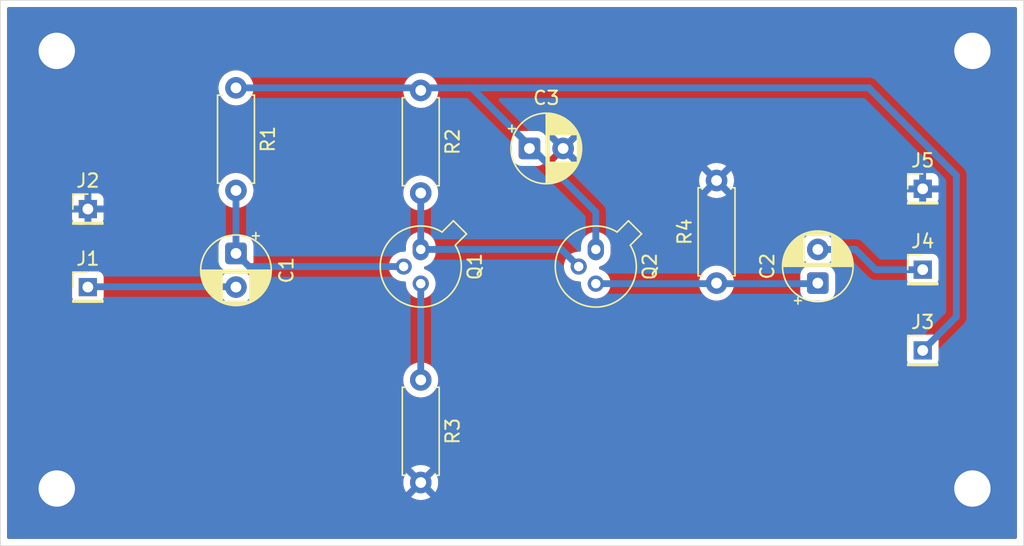
<source format=kicad_pcb>
(kicad_pcb (version 20241229) (generator "pcbnew") (generator_version "9.0")
  (layers (0 "F.Cu" signal) (2 "B.Cu" signal) (13 "F.Paste" user) (15 "B.Paste" user) (5 "F.SilkS" user "F.Silkscreen") (7 "B.SilkS" user "B.Silkscreen") (1 "F.Mask" user) (3 "B.Mask" user) (25 "Edge.Cuts" user))
  (net 0 "")
  (net 1 "0")
  (net 2 "/+12V")
  (net 3 "Net-(Q2-E)")
  (net 4 "Net-(Q1-B)")
  (net 5 "/out")
  (net 6 "Net-(Q1-C)")
  (net 7 "Net-(Q1-E)")
  (net 8 "Net-(J1-Pin_1)")
  (footprint "Package_TO_SOT_THT:TO-18-3" (layer "F.Cu") (at 92.221961 90 -90)
    (property "Reference" "Q2" (at 1.27 -4.01 90) (layer "F.SilkS"))
    (property "Value" "2N2222")
    (fp_line (start -2.130108 -2.424301) (end -1.289618 -1.583811) (stroke (width 0.12)) (layer "F.SilkS") (net 112))
    (fp_line (start -0.313811 -2.559618) (end -1.154301 -3.400108) (stroke (width 0.12)) (layer "F.SilkS") (net 112))
    (fp_line (start -1.154301 -3.400108) (end -2.130108 -2.424301) (stroke (width 0.12)) (layer "F.SilkS") (net 112))
    (fp_arc (start -0.313811 -2.559618) (mid 3.398391 2.128391) (end -1.289618 -1.583811) (stroke (width 0.12)) (layer "F.SilkS") (net 112))
    (pad "1" thru_hole oval (at 0 0 270) (size 1.6 1.2) (drill 0.7) (layers "*.Cu" "*.Mask") (net 2 "/+12V"))
    (pad "2" thru_hole circle (at 1.27 1.27 270) (size 1.2 1.2) (drill 0.7) (layers "*.Cu" "*.Mask") (net 6 "Net-(Q1-C)"))
    (pad "3" thru_hole circle (at 2.54 0 270) (size 1.2 1.2) (drill 0.7) (layers "*.Cu" "*.Mask") (net 3 "Net-(Q2-E)"))
  )
  (footprint "Resistor_THT:R_Axial_DIN0207_L6.3mm_D2.5mm_P7.62mm_Horizontal" (layer "F.Cu") (at 65.5 78 -90)
    (property "Reference" "R1" (at 3.81 -2.37 90) (layer "F.SilkS"))
    (property "Value" "1Meg")
    (fp_line (start 0.54 1.37) (end 7.08 1.37) (stroke (width 0.12)) (layer "F.SilkS") (net 112))
    (fp_line (start 7.08 1.37) (end 7.08 1.04) (stroke (width 0.12)) (layer "F.SilkS") (net 112))
    (fp_line (start 0.54 1.04) (end 0.54 1.37) (stroke (width 0.12)) (layer "F.SilkS") (net 112))
    (fp_line (start 0.54 -1.04) (end 0.54 -1.37) (stroke (width 0.12)) (layer "F.SilkS") (net 112))
    (fp_line (start 0.54 -1.37) (end 7.08 -1.37) (stroke (width 0.12)) (layer "F.SilkS") (net 112))
    (fp_line (start 7.08 -1.37) (end 7.08 -1.04) (stroke (width 0.12)) (layer "F.SilkS") (net 112))
    (pad "1" thru_hole circle (at 0 0 270) (size 1.6 1.6) (drill 0.8) (layers "*.Cu" "*.Mask") (net 2 "/+12V"))
    (pad "2" thru_hole circle (at 7.62 0 270) (size 1.6 1.6) (drill 0.8) (layers "*.Cu" "*.Mask") (net 4 "Net-(Q1-B)"))
  )
  (footprint "Connector_PinHeader_2.00mm:PinHeader_1x01_P2.00mm_Vertical" (layer "F.Cu") (at 54.5 87)
    (property "Reference" "J2" (at 0 -2.11 0) (layer "F.SilkS"))
    (property "Value" "Conn_01x01")
    (fp_line (start -1.11 -1.11) (end 0 -1.11) (stroke (width 0.12)) (layer "F.SilkS"))
    (fp_line (start -1.11 0) (end -1.11 -1.11) (stroke (width 0.12)) (layer "F.SilkS"))
    (fp_line (start -1.11 1) (end -1.11 1.11) (stroke (width 0.12)) (layer "F.SilkS"))
    (fp_line (start -1.11 1) (end 1.11 1) (stroke (width 0.12)) (layer "F.SilkS"))
    (fp_line (start -1.11 1.11) (end 1.11 1.11) (stroke (width 0.12)) (layer "F.SilkS"))
    (fp_line (start 1.11 1) (end 1.11 1.11) (stroke (width 0.12)) (layer "F.SilkS"))
    (pad "1" thru_hole rect (at 0 0) (size 1.35 1.35) (drill 0.8) (layers "*.Cu" "*.Mask") (net 1 "0"))
  )
  (footprint "Package_TO_SOT_THT:TO-18-3" (layer "F.Cu") (at 79.221961 90 -90)
    (property "Reference" "Q1" (at 1.27 -4.01 90) (layer "F.SilkS"))
    (property "Value" "2N2222")
    (fp_line (start -2.130108 -2.424301) (end -1.289618 -1.583811) (stroke (width 0.12)) (layer "F.SilkS") (net 112))
    (fp_line (start -0.313811 -2.559618) (end -1.154301 -3.400108) (stroke (width 0.12)) (layer "F.SilkS") (net 112))
    (fp_line (start -1.154301 -3.400108) (end -2.130108 -2.424301) (stroke (width 0.12)) (layer "F.SilkS") (net 112))
    (fp_arc (start -0.313811 -2.559618) (mid 3.398391 2.128391) (end -1.289618 -1.583811) (stroke (width 0.12)) (layer "F.SilkS") (net 112))
    (pad "1" thru_hole oval (at 0 0 270) (size 1.6 1.2) (drill 0.7) (layers "*.Cu" "*.Mask") (net 6 "Net-(Q1-C)"))
    (pad "2" thru_hole circle (at 1.27 1.27 270) (size 1.2 1.2) (drill 0.7) (layers "*.Cu" "*.Mask") (net 4 "Net-(Q1-B)"))
    (pad "3" thru_hole circle (at 2.54 0 270) (size 1.2 1.2) (drill 0.7) (layers "*.Cu" "*.Mask") (net 7 "Net-(Q1-E)"))
  )
  (footprint "MountingHole:MountingHole_2.7mm_Pad" (layer "F.Cu") (at 52.19 75.254888)
    (property "Reference" "REF1" (hide yes))
    (property "Value" "MountingHole_2.7mm_Pad" (hide yes))
    (pad "1" thru_hole circle (at 0 0) (size 5.4 5.4) (drill 2.7) (layers "*.Cu" "*.Mask") (net 1 "0"))
  )
  (footprint "MountingHole:MountingHole_2.7mm_Pad" (layer "F.Cu") (at 52.19 107.754888)
    (property "Reference" "REF4" (hide yes))
    (property "Value" "MountingHole_2.7mm_Pad" (hide yes))
    (pad "1" thru_hole circle (at 0 0) (size 5.4 5.4) (drill 2.7) (layers "*.Cu" "*.Mask") (net 1 "0"))
  )
  (footprint "Capacitor_THT:CP_Radial_D5.0mm_P2.50mm" (layer "F.Cu") (at 87.294888 82.5)
    (property "Reference" "C3" (at 1.25 -3.75 0) (layer "F.SilkS"))
    (property "Value" "10u")
    (fp_line (start -1.554775 -1.475) (end -1.054775 -1.475) (stroke (width 0.12)) (layer "F.SilkS") (net 112))
    (fp_line (start -1.304775 -1.725) (end -1.304775 -1.225) (stroke (width 0.12)) (layer "F.SilkS") (net 112))
    (fp_line (start 1.25 -2.58) (end 1.25 2.58) (stroke (width 0.12)) (layer "F.SilkS") (net 112))
    (fp_line (start 1.29 -2.58) (end 1.29 2.58) (stroke (width 0.12)) (layer "F.SilkS") (net 112))
    (fp_line (start 1.33 -2.579) (end 1.33 2.579) (stroke (width 0.12)) (layer "F.SilkS") (net 112))
    (fp_line (start 1.37 -2.577) (end 1.37 2.577) (stroke (width 0.12)) (layer "F.SilkS") (net 112))
    (fp_line (start 1.41 -2.575) (end 1.41 2.575) (stroke (width 0.12)) (layer "F.SilkS") (net 112))
    (fp_line (start 1.45 -2.572) (end 1.45 2.572) (stroke (width 0.12)) (layer "F.SilkS") (net 112))
    (fp_line (start 1.49 -2.569) (end 1.49 -1.04) (stroke (width 0.12)) (layer "F.SilkS") (net 112))
    (fp_line (start 1.49 1.04) (end 1.49 2.569) (stroke (width 0.12)) (layer "F.SilkS") (net 112))
    (fp_line (start 1.53 -2.565) (end 1.53 -1.04) (stroke (width 0.12)) (layer "F.SilkS") (net 112))
    (fp_line (start 1.53 1.04) (end 1.53 2.565) (stroke (width 0.12)) (layer "F.SilkS") (net 112))
    (fp_line (start 1.57 -2.56) (end 1.57 -1.04) (stroke (width 0.12)) (layer "F.SilkS") (net 112))
    (fp_line (start 1.57 1.04) (end 1.57 2.56) (stroke (width 0.12)) (layer "F.SilkS") (net 112))
    (fp_line (start 1.61 -2.555) (end 1.61 -1.04) (stroke (width 0.12)) (layer "F.SilkS") (net 112))
    (fp_line (start 1.61 1.04) (end 1.61 2.555) (stroke (width 0.12)) (layer "F.SilkS") (net 112))
    (fp_line (start 1.65 -2.549) (end 1.65 -1.04) (stroke (width 0.12)) (layer "F.SilkS") (net 112))
    (fp_line (start 1.65 1.04) (end 1.65 2.549) (stroke (width 0.12)) (layer "F.SilkS") (net 112))
    (fp_line (start 1.69 -2.543) (end 1.69 -1.04) (stroke (width 0.12)) (layer "F.SilkS") (net 112))
    (fp_line (start 1.69 1.04) (end 1.69 2.543) (stroke (width 0.12)) (layer "F.SilkS") (net 112))
    (fp_line (start 1.73 -2.536) (end 1.73 -1.04) (stroke (width 0.12)) (layer "F.SilkS") (net 112))
    (fp_line (start 1.73 1.04) (end 1.73 2.536) (stroke (width 0.12)) (layer "F.SilkS") (net 112))
    (fp_line (start 1.77 -2.528) (end 1.77 -1.04) (stroke (width 0.12)) (layer "F.SilkS") (net 112))
    (fp_line (start 1.77 1.04) (end 1.77 2.528) (stroke (width 0.12)) (layer "F.SilkS") (net 112))
    (fp_line (start 1.81 -2.519) (end 1.81 -1.04) (stroke (width 0.12)) (layer "F.SilkS") (net 112))
    (fp_line (start 1.81 1.04) (end 1.81 2.519) (stroke (width 0.12)) (layer "F.SilkS") (net 112))
    (fp_line (start 1.85 -2.51) (end 1.85 -1.04) (stroke (width 0.12)) (layer "F.SilkS") (net 112))
    (fp_line (start 1.85 1.04) (end 1.85 2.51) (stroke (width 0.12)) (layer "F.SilkS") (net 112))
    (fp_line (start 1.89 -2.501) (end 1.89 -1.04) (stroke (width 0.12)) (layer "F.SilkS") (net 112))
    (fp_line (start 1.89 1.04) (end 1.89 2.501) (stroke (width 0.12)) (layer "F.SilkS") (net 112))
    (fp_line (start 1.93 -2.49) (end 1.93 -1.04) (stroke (width 0.12)) (layer "F.SilkS") (net 112))
    (fp_line (start 1.93 1.04) (end 1.93 2.49) (stroke (width 0.12)) (layer "F.SilkS") (net 112))
    (fp_line (start 1.97 -2.479) (end 1.97 -1.04) (stroke (width 0.12)) (layer "F.SilkS") (net 112))
    (fp_line (start 1.97 1.04) (end 1.97 2.479) (stroke (width 0.12)) (layer "F.SilkS") (net 112))
    (fp_line (start 2.01 -2.467) (end 2.01 -1.04) (stroke (width 0.12)) (layer "F.SilkS") (net 112))
    (fp_line (start 2.01 1.04) (end 2.01 2.467) (stroke (width 0.12)) (layer "F.SilkS") (net 112))
    (fp_line (start 2.05 -2.455) (end 2.05 -1.04) (stroke (width 0.12)) (layer "F.SilkS") (net 112))
    (fp_line (start 2.05 1.04) (end 2.05 2.455) (stroke (width 0.12)) (layer "F.SilkS") (net 112))
    (fp_line (start 2.09 -2.442) (end 2.09 -1.04) (stroke (width 0.12)) (layer "F.SilkS") (net 112))
    (fp_line (start 2.09 1.04) (end 2.09 2.442) (stroke (width 0.12)) (layer "F.SilkS") (net 112))
    (fp_line (start 2.13 -2.428) (end 2.13 -1.04) (stroke (width 0.12)) (layer "F.SilkS") (net 112))
    (fp_line (start 2.13 1.04) (end 2.13 2.428) (stroke (width 0.12)) (layer "F.SilkS") (net 112))
    (fp_line (start 2.17 -2.413) (end 2.17 -1.04) (stroke (width 0.12)) (layer "F.SilkS") (net 112))
    (fp_line (start 2.17 1.04) (end 2.17 2.413) (stroke (width 0.12)) (layer "F.SilkS") (net 112))
    (fp_line (start 2.21 -2.398) (end 2.21 -1.04) (stroke (width 0.12)) (layer "F.SilkS") (net 112))
    (fp_line (start 2.21 1.04) (end 2.21 2.398) (stroke (width 0.12)) (layer "F.SilkS") (net 112))
    (fp_line (start 2.25 -2.382) (end 2.25 -1.04) (stroke (width 0.12)) (layer "F.SilkS") (net 112))
    (fp_line (start 2.25 1.04) (end 2.25 2.382) (stroke (width 0.12)) (layer "F.SilkS") (net 112))
    (fp_line (start 2.29 -2.365) (end 2.29 -1.04) (stroke (width 0.12)) (layer "F.SilkS") (net 112))
    (fp_line (start 2.29 1.04) (end 2.29 2.365) (stroke (width 0.12)) (layer "F.SilkS") (net 112))
    (fp_line (start 2.33 -2.347) (end 2.33 -1.04) (stroke (width 0.12)) (layer "F.SilkS") (net 112))
    (fp_line (start 2.33 1.04) (end 2.33 2.347) (stroke (width 0.12)) (layer "F.SilkS") (net 112))
    (fp_line (start 2.37 -2.329) (end 2.37 -1.04) (stroke (width 0.12)) (layer "F.SilkS") (net 112))
    (fp_line (start 2.37 1.04) (end 2.37 2.329) (stroke (width 0.12)) (layer "F.SilkS") (net 112))
    (fp_line (start 2.41 -2.309) (end 2.41 -1.04) (stroke (width 0.12)) (layer "F.SilkS") (net 112))
    (fp_line (start 2.41 1.04) (end 2.41 2.309) (stroke (width 0.12)) (layer "F.SilkS") (net 112))
    (fp_line (start 2.45 -2.289) (end 2.45 -1.04) (stroke (width 0.12)) (layer "F.SilkS") (net 112))
    (fp_line (start 2.45 1.04) (end 2.45 2.289) (stroke (width 0.12)) (layer "F.SilkS") (net 112))
    (fp_line (start 2.49 -2.268) (end 2.49 -1.04) (stroke (width 0.12)) (layer "F.SilkS") (net 112))
    (fp_line (start 2.49 1.04) (end 2.49 2.268) (stroke (width 0.12)) (layer "F.SilkS") (net 112))
    (fp_line (start 2.53 -2.246) (end 2.53 -1.04) (stroke (width 0.12)) (layer "F.SilkS") (net 112))
    (fp_line (start 2.53 1.04) (end 2.53 2.246) (stroke (width 0.12)) (layer "F.SilkS") (net 112))
    (fp_line (start 2.57 -2.223) (end 2.57 -1.04) (stroke (width 0.12)) (layer "F.SilkS") (net 112))
    (fp_line (start 2.57 1.04) (end 2.57 2.223) (stroke (width 0.12)) (layer "F.SilkS") (net 112))
    (fp_line (start 2.61 -2.199) (end 2.61 -1.04) (stroke (width 0.12)) (layer "F.SilkS") (net 112))
    (fp_line (start 2.61 1.04) (end 2.61 2.199) (stroke (width 0.12)) (layer "F.SilkS") (net 112))
    (fp_line (start 2.65 -2.175) (end 2.65 -1.04) (stroke (width 0.12)) (layer "F.SilkS") (net 112))
    (fp_line (start 2.65 1.04) (end 2.65 2.175) (stroke (width 0.12)) (layer "F.SilkS") (net 112))
    (fp_line (start 2.69 -2.149) (end 2.69 -1.04) (stroke (width 0.12)) (layer "F.SilkS") (net 112))
    (fp_line (start 2.69 1.04) (end 2.69 2.149) (stroke (width 0.12)) (layer "F.SilkS") (net 112))
    (fp_line (start 2.73 -2.122) (end 2.73 -1.04) (stroke (width 0.12)) (layer "F.SilkS") (net 112))
    (fp_line (start 2.73 1.04) (end 2.73 2.122) (stroke (width 0.12)) (layer "F.SilkS") (net 112))
    (fp_line (start 2.77 -2.094) (end 2.77 -1.04) (stroke (width 0.12)) (layer "F.SilkS") (net 112))
    (fp_line (start 2.77 1.04) (end 2.77 2.094) (stroke (width 0.12)) (layer "F.SilkS") (net 112))
    (fp_line (start 2.81 -2.065) (end 2.81 -1.04) (stroke (width 0.12)) (layer "F.SilkS") (net 112))
    (fp_line (start 2.81 1.04) (end 2.81 2.065) (stroke (width 0.12)) (layer "F.SilkS") (net 112))
    (fp_line (start 2.85 -2.035) (end 2.85 -1.04) (stroke (width 0.12)) (layer "F.SilkS") (net 112))
    (fp_line (start 2.85 1.04) (end 2.85 2.035) (stroke (width 0.12)) (layer "F.SilkS") (net 112))
    (fp_line (start 2.89 -2.003) (end 2.89 -1.04) (stroke (width 0.12)) (layer "F.SilkS") (net 112))
    (fp_line (start 2.89 1.04) (end 2.89 2.003) (stroke (width 0.12)) (layer "F.SilkS") (net 112))
    (fp_line (start 2.93 -1.97) (end 2.93 -1.04) (stroke (width 0.12)) (layer "F.SilkS") (net 112))
    (fp_line (start 2.93 1.04) (end 2.93 1.97) (stroke (width 0.12)) (layer "F.SilkS") (net 112))
    (fp_line (start 2.97 -1.936) (end 2.97 -1.04) (stroke (width 0.12)) (layer "F.SilkS") (net 112))
    (fp_line (start 2.97 1.04) (end 2.97 1.936) (stroke (width 0.12)) (layer "F.SilkS") (net 112))
    (fp_line (start 3.01 -1.901) (end 3.01 -1.04) (stroke (width 0.12)) (layer "F.SilkS") (net 112))
    (fp_line (start 3.01 1.04) (end 3.01 1.901) (stroke (width 0.12)) (layer "F.SilkS") (net 112))
    (fp_line (start 3.05 -1.864) (end 3.05 -1.04) (stroke (width 0.12)) (layer "F.SilkS") (net 112))
    (fp_line (start 3.05 1.04) (end 3.05 1.864) (stroke (width 0.12)) (layer "F.SilkS") (net 112))
    (fp_line (start 3.09 -1.825) (end 3.09 -1.04) (stroke (width 0.12)) (layer "F.SilkS") (net 112))
    (fp_line (start 3.09 1.04) (end 3.09 1.825) (stroke (width 0.12)) (layer "F.SilkS") (net 112))
    (fp_line (start 3.13 -1.785) (end 3.13 -1.04) (stroke (width 0.12)) (layer "F.SilkS") (net 112))
    (fp_line (start 3.13 1.04) (end 3.13 1.785) (stroke (width 0.12)) (layer "F.SilkS") (net 112))
    (fp_line (start 3.17 -1.743) (end 3.17 -1.04) (stroke (width 0.12)) (layer "F.SilkS") (net 112))
    (fp_line (start 3.17 1.04) (end 3.17 1.743) (stroke (width 0.12)) (layer "F.SilkS") (net 112))
    (fp_line (start 3.21 -1.699) (end 3.21 -1.04) (stroke (width 0.12)) (layer "F.SilkS") (net 112))
    (fp_line (start 3.21 1.04) (end 3.21 1.699) (stroke (width 0.12)) (layer "F.SilkS") (net 112))
    (fp_line (start 3.25 -1.652) (end 3.25 -1.04) (stroke (width 0.12)) (layer "F.SilkS") (net 112))
    (fp_line (start 3.25 1.04) (end 3.25 1.652) (stroke (width 0.12)) (layer "F.SilkS") (net 112))
    (fp_line (start 3.29 -1.604) (end 3.29 -1.04) (stroke (width 0.12)) (layer "F.SilkS") (net 112))
    (fp_line (start 3.29 1.04) (end 3.29 1.604) (stroke (width 0.12)) (layer "F.SilkS") (net 112))
    (fp_line (start 3.33 -1.553) (end 3.33 -1.04) (stroke (width 0.12)) (layer "F.SilkS") (net 112))
    (fp_line (start 3.33 1.04) (end 3.33 1.553) (stroke (width 0.12)) (layer "F.SilkS") (net 112))
    (fp_line (start 3.37 -1.499) (end 3.37 -1.04) (stroke (width 0.12)) (layer "F.SilkS") (net 112))
    (fp_line (start 3.37 1.04) (end 3.37 1.499) (stroke (width 0.12)) (layer "F.SilkS") (net 112))
    (fp_line (start 3.41 -1.443) (end 3.41 -1.04) (stroke (width 0.12)) (layer "F.SilkS") (net 112))
    (fp_line (start 3.41 1.04) (end 3.41 1.443) (stroke (width 0.12)) (layer "F.SilkS") (net 112))
    (fp_line (start 3.45 -1.383) (end 3.45 -1.04) (stroke (width 0.12)) (layer "F.SilkS") (net 112))
    (fp_line (start 3.45 1.04) (end 3.45 1.383) (stroke (width 0.12)) (layer "F.SilkS") (net 112))
    (fp_line (start 3.49 -1.319) (end 3.49 -1.04) (stroke (width 0.12)) (layer "F.SilkS") (net 112))
    (fp_line (start 3.49 1.04) (end 3.49 1.319) (stroke (width 0.12)) (layer "F.SilkS") (net 112))
    (fp_line (start 3.53 -1.251) (end 3.53 -1.04) (stroke (width 0.12)) (layer "F.SilkS") (net 112))
    (fp_line (start 3.53 1.04) (end 3.53 1.251) (stroke (width 0.12)) (layer "F.SilkS") (net 112))
    (fp_line (start 3.57 -1.177) (end 3.57 1.177) (stroke (width 0.12)) (layer "F.SilkS") (net 112))
    (fp_line (start 3.61 -1.098) (end 3.61 1.098) (stroke (width 0.12)) (layer "F.SilkS") (net 112))
    (fp_line (start 3.65 -1.011) (end 3.65 1.011) (stroke (width 0.12)) (layer "F.SilkS") (net 112))
    (fp_line (start 3.69 -0.914) (end 3.69 0.914) (stroke (width 0.12)) (layer "F.SilkS") (net 112))
    (fp_line (start 3.73 -0.805) (end 3.73 0.805) (stroke (width 0.12)) (layer "F.SilkS") (net 112))
    (fp_line (start 3.77 -0.677) (end 3.77 0.677) (stroke (width 0.12)) (layer "F.SilkS") (net 112))
    (fp_line (start 3.81 -0.517) (end 3.81 0.517) (stroke (width 0.12)) (layer "F.SilkS") (net 112))
    (fp_line (start 3.85 -0.283) (end 3.85 0.283) (stroke (width 0.12)) (layer "F.SilkS") (net 112))
    (fp_circle (center 1.25 0) (end 3.87 0) (stroke (width 0.12)) (fill no) (layer "F.SilkS") (net 112))
    (pad "1" thru_hole roundrect (at 0 0) (size 1.6 1.6) (drill 0.8) (layers "*.Cu" "*.Mask") (roundrect_rratio 0.15625) (net 2 "/+12V"))
    (pad "2" thru_hole circle (at 2.5 0) (size 1.6 1.6) (drill 0.8) (layers "*.Cu" "*.Mask") (net 1 "0"))
  )
  (footprint "Capacitor_THT:CP_Radial_D5.0mm_P2.50mm" (layer "F.Cu") (at 108.71 92.5 90)
    (property "Reference" "C2" (at 1.25 -3.75 90) (layer "F.SilkS"))
    (property "Value" "10u")
    (fp_line (start 1.29 -2.58) (end 1.29 2.58) (stroke (width 0.12)) (layer "F.SilkS") (net 112))
    (fp_line (start 1.25 -2.58) (end 1.25 2.58) (stroke (width 0.12)) (layer "F.SilkS") (net 112))
    (fp_line (start 1.33 -2.579) (end 1.33 2.579) (stroke (width 0.12)) (layer "F.SilkS") (net 112))
    (fp_line (start 1.37 -2.577) (end 1.37 2.577) (stroke (width 0.12)) (layer "F.SilkS") (net 112))
    (fp_line (start 1.41 -2.575) (end 1.41 2.575) (stroke (width 0.12)) (layer "F.SilkS") (net 112))
    (fp_line (start 1.45 -2.572) (end 1.45 2.572) (stroke (width 0.12)) (layer "F.SilkS") (net 112))
    (fp_line (start 1.49 -2.569) (end 1.49 -1.04) (stroke (width 0.12)) (layer "F.SilkS") (net 112))
    (fp_line (start 1.53 -2.565) (end 1.53 -1.04) (stroke (width 0.12)) (layer "F.SilkS") (net 112))
    (fp_line (start 1.57 -2.56) (end 1.57 -1.04) (stroke (width 0.12)) (layer "F.SilkS") (net 112))
    (fp_line (start 1.61 -2.555) (end 1.61 -1.04) (stroke (width 0.12)) (layer "F.SilkS") (net 112))
    (fp_line (start 1.65 -2.549) (end 1.65 -1.04) (stroke (width 0.12)) (layer "F.SilkS") (net 112))
    (fp_line (start 1.69 -2.543) (end 1.69 -1.04) (stroke (width 0.12)) (layer "F.SilkS") (net 112))
    (fp_line (start 1.73 -2.536) (end 1.73 -1.04) (stroke (width 0.12)) (layer "F.SilkS") (net 112))
    (fp_line (start 1.77 -2.528) (end 1.77 -1.04) (stroke (width 0.12)) (layer "F.SilkS") (net 112))
    (fp_line (start 1.81 -2.519) (end 1.81 -1.04) (stroke (width 0.12)) (layer "F.SilkS") (net 112))
    (fp_line (start 1.85 -2.51) (end 1.85 -1.04) (stroke (width 0.12)) (layer "F.SilkS") (net 112))
    (fp_line (start 1.89 -2.501) (end 1.89 -1.04) (stroke (width 0.12)) (layer "F.SilkS") (net 112))
    (fp_line (start 1.93 -2.49) (end 1.93 -1.04) (stroke (width 0.12)) (layer "F.SilkS") (net 112))
    (fp_line (start 1.97 -2.479) (end 1.97 -1.04) (stroke (width 0.12)) (layer "F.SilkS") (net 112))
    (fp_line (start 2.01 -2.467) (end 2.01 -1.04) (stroke (width 0.12)) (layer "F.SilkS") (net 112))
    (fp_line (start 2.05 -2.455) (end 2.05 -1.04) (stroke (width 0.12)) (layer "F.SilkS") (net 112))
    (fp_line (start 2.09 -2.442) (end 2.09 -1.04) (stroke (width 0.12)) (layer "F.SilkS") (net 112))
    (fp_line (start 2.13 -2.428) (end 2.13 -1.04) (stroke (width 0.12)) (layer "F.SilkS") (net 112))
    (fp_line (start 2.17 -2.413) (end 2.17 -1.04) (stroke (width 0.12)) (layer "F.SilkS") (net 112))
    (fp_line (start 2.21 -2.398) (end 2.21 -1.04) (stroke (width 0.12)) (layer "F.SilkS") (net 112))
    (fp_line (start 2.25 -2.382) (end 2.25 -1.04) (stroke (width 0.12)) (layer "F.SilkS") (net 112))
    (fp_line (start 2.29 -2.365) (end 2.29 -1.04) (stroke (width 0.12)) (layer "F.SilkS") (net 112))
    (fp_line (start 2.33 -2.347) (end 2.33 -1.04) (stroke (width 0.12)) (layer "F.SilkS") (net 112))
    (fp_line (start 2.37 -2.329) (end 2.37 -1.04) (stroke (width 0.12)) (layer "F.SilkS") (net 112))
    (fp_line (start 2.41 -2.309) (end 2.41 -1.04) (stroke (width 0.12)) (layer "F.SilkS") (net 112))
    (fp_line (start 2.45 -2.289) (end 2.45 -1.04) (stroke (width 0.12)) (layer "F.SilkS") (net 112))
    (fp_line (start 2.49 -2.268) (end 2.49 -1.04) (stroke (width 0.12)) (layer "F.SilkS") (net 112))
    (fp_line (start 2.53 -2.246) (end 2.53 -1.04) (stroke (width 0.12)) (layer "F.SilkS") (net 112))
    (fp_line (start 2.57 -2.223) (end 2.57 -1.04) (stroke (width 0.12)) (layer "F.SilkS") (net 112))
    (fp_line (start 2.61 -2.199) (end 2.61 -1.04) (stroke (width 0.12)) (layer "F.SilkS") (net 112))
    (fp_line (start 2.65 -2.175) (end 2.65 -1.04) (stroke (width 0.12)) (layer "F.SilkS") (net 112))
    (fp_line (start 2.69 -2.149) (end 2.69 -1.04) (stroke (width 0.12)) (layer "F.SilkS") (net 112))
    (fp_line (start 2.73 -2.122) (end 2.73 -1.04) (stroke (width 0.12)) (layer "F.SilkS") (net 112))
    (fp_line (start 2.77 -2.094) (end 2.77 -1.04) (stroke (width 0.12)) (layer "F.SilkS") (net 112))
    (fp_line (start 2.81 -2.065) (end 2.81 -1.04) (stroke (width 0.12)) (layer "F.SilkS") (net 112))
    (fp_line (start 2.85 -2.035) (end 2.85 -1.04) (stroke (width 0.12)) (layer "F.SilkS") (net 112))
    (fp_line (start 2.89 -2.003) (end 2.89 -1.04) (stroke (width 0.12)) (layer "F.SilkS") (net 112))
    (fp_line (start 2.93 -1.97) (end 2.93 -1.04) (stroke (width 0.12)) (layer "F.SilkS") (net 112))
    (fp_line (start 2.97 -1.936) (end 2.97 -1.04) (stroke (width 0.12)) (layer "F.SilkS") (net 112))
    (fp_line (start 3.01 -1.901) (end 3.01 -1.04) (stroke (width 0.12)) (layer "F.SilkS") (net 112))
    (fp_line (start 3.05 -1.864) (end 3.05 -1.04) (stroke (width 0.12)) (layer "F.SilkS") (net 112))
    (fp_line (start 3.09 -1.825) (end 3.09 -1.04) (stroke (width 0.12)) (layer "F.SilkS") (net 112))
    (fp_line (start 3.13 -1.785) (end 3.13 -1.04) (stroke (width 0.12)) (layer "F.SilkS") (net 112))
    (fp_line (start 3.17 -1.743) (end 3.17 -1.04) (stroke (width 0.12)) (layer "F.SilkS") (net 112))
    (fp_line (start -1.304775 -1.725) (end -1.304775 -1.225) (stroke (width 0.12)) (layer "F.SilkS") (net 112))
    (fp_line (start 3.21 -1.699) (end 3.21 -1.04) (stroke (width 0.12)) (layer "F.SilkS") (net 112))
    (fp_line (start 3.25 -1.652) (end 3.25 -1.04) (stroke (width 0.12)) (layer "F.SilkS") (net 112))
    (fp_line (start 3.29 -1.604) (end 3.29 -1.04) (stroke (width 0.12)) (layer "F.SilkS") (net 112))
    (fp_line (start 3.33 -1.553) (end 3.33 -1.04) (stroke (width 0.12)) (layer "F.SilkS") (net 112))
    (fp_line (start 3.37 -1.499) (end 3.37 -1.04) (stroke (width 0.12)) (layer "F.SilkS") (net 112))
    (fp_line (start -1.554775 -1.475) (end -1.054775 -1.475) (stroke (width 0.12)) (layer "F.SilkS") (net 112))
    (fp_line (start 3.41 -1.443) (end 3.41 -1.04) (stroke (width 0.12)) (layer "F.SilkS") (net 112))
    (fp_line (start 3.45 -1.383) (end 3.45 -1.04) (stroke (width 0.12)) (layer "F.SilkS") (net 112))
    (fp_line (start 3.49 -1.319) (end 3.49 -1.04) (stroke (width 0.12)) (layer "F.SilkS") (net 112))
    (fp_line (start 3.53 -1.251) (end 3.53 -1.04) (stroke (width 0.12)) (layer "F.SilkS") (net 112))
    (fp_line (start 3.57 -1.177) (end 3.57 1.177) (stroke (width 0.12)) (layer "F.SilkS") (net 112))
    (fp_line (start 3.61 -1.098) (end 3.61 1.098) (stroke (width 0.12)) (layer "F.SilkS") (net 112))
    (fp_line (start 3.65 -1.011) (end 3.65 1.011) (stroke (width 0.12)) (layer "F.SilkS") (net 112))
    (fp_line (start 3.69 -0.914) (end 3.69 0.914) (stroke (width 0.12)) (layer "F.SilkS") (net 112))
    (fp_line (start 3.73 -0.805) (end 3.73 0.805) (stroke (width 0.12)) (layer "F.SilkS") (net 112))
    (fp_line (start 3.77 -0.677) (end 3.77 0.677) (stroke (width 0.12)) (layer "F.SilkS") (net 112))
    (fp_line (start 3.81 -0.517) (end 3.81 0.517) (stroke (width 0.12)) (layer "F.SilkS") (net 112))
    (fp_line (start 3.85 -0.283) (end 3.85 0.283) (stroke (width 0.12)) (layer "F.SilkS") (net 112))
    (fp_line (start 3.53 1.04) (end 3.53 1.251) (stroke (width 0.12)) (layer "F.SilkS") (net 112))
    (fp_line (start 3.49 1.04) (end 3.49 1.319) (stroke (width 0.12)) (layer "F.SilkS") (net 112))
    (fp_line (start 3.45 1.04) (end 3.45 1.383) (stroke (width 0.12)) (layer "F.SilkS") (net 112))
    (fp_line (start 3.41 1.04) (end 3.41 1.443) (stroke (width 0.12)) (layer "F.SilkS") (net 112))
    (fp_line (start 3.37 1.04) (end 3.37 1.499) (stroke (width 0.12)) (layer "F.SilkS") (net 112))
    (fp_line (start 3.33 1.04) (end 3.33 1.553) (stroke (width 0.12)) (layer "F.SilkS") (net 112))
    (fp_line (start 3.29 1.04) (end 3.29 1.604) (stroke (width 0.12)) (layer "F.SilkS") (net 112))
    (fp_line (start 3.25 1.04) (end 3.25 1.652) (stroke (width 0.12)) (layer "F.SilkS") (net 112))
    (fp_line (start 3.21 1.04) (end 3.21 1.699) (stroke (width 0.12)) (layer "F.SilkS") (net 112))
    (fp_line (start 3.17 1.04) (end 3.17 1.743) (stroke (width 0.12)) (layer "F.SilkS") (net 112))
    (fp_line (start 3.13 1.04) (end 3.13 1.785) (stroke (width 0.12)) (layer "F.SilkS") (net 112))
    (fp_line (start 3.09 1.04) (end 3.09 1.825) (stroke (width 0.12)) (layer "F.SilkS") (net 112))
    (fp_line (start 3.05 1.04) (end 3.05 1.864) (stroke (width 0.12)) (layer "F.SilkS") (net 112))
    (fp_line (start 3.01 1.04) (end 3.01 1.901) (stroke (width 0.12)) (layer "F.SilkS") (net 112))
    (fp_line (start 2.97 1.04) (end 2.97 1.936) (stroke (width 0.12)) (layer "F.SilkS") (net 112))
    (fp_line (start 2.93 1.04) (end 2.93 1.97) (stroke (width 0.12)) (layer "F.SilkS") (net 112))
    (fp_line (start 2.89 1.04) (end 2.89 2.003) (stroke (width 0.12)) (layer "F.SilkS") (net 112))
    (fp_line (start 2.85 1.04) (end 2.85 2.035) (stroke (width 0.12)) (layer "F.SilkS") (net 112))
    (fp_line (start 2.81 1.04) (end 2.81 2.065) (stroke (width 0.12)) (layer "F.SilkS") (net 112))
    (fp_line (start 2.77 1.04) (end 2.77 2.094) (stroke (width 0.12)) (layer "F.SilkS") (net 112))
    (fp_line (start 2.73 1.04) (end 2.73 2.122) (stroke (width 0.12)) (layer "F.SilkS") (net 112))
    (fp_line (start 2.69 1.04) (end 2.69 2.149) (stroke (width 0.12)) (layer "F.SilkS") (net 112))
    (fp_line (start 2.65 1.04) (end 2.65 2.175) (stroke (width 0.12)) (layer "F.SilkS") (net 112))
    (fp_line (start 2.61 1.04) (end 2.61 2.199) (stroke (width 0.12)) (layer "F.SilkS") (net 112))
    (fp_line (start 2.57 1.04) (end 2.57 2.223) (stroke (width 0.12)) (layer "F.SilkS") (net 112))
    (fp_line (start 2.53 1.04) (end 2.53 2.246) (stroke (width 0.12)) (layer "F.SilkS") (net 112))
    (fp_line (start 2.49 1.04) (end 2.49 2.268) (stroke (width 0.12)) (layer "F.SilkS") (net 112))
    (fp_line (start 2.45 1.04) (end 2.45 2.289) (stroke (width 0.12)) (layer "F.SilkS") (net 112))
    (fp_line (start 2.41 1.04) (end 2.41 2.309) (stroke (width 0.12)) (layer "F.SilkS") (net 112))
    (fp_line (start 2.37 1.04) (end 2.37 2.329) (stroke (width 0.12)) (layer "F.SilkS") (net 112))
    (fp_line (start 2.33 1.04) (end 2.33 2.347) (stroke (width 0.12)) (layer "F.SilkS") (net 112))
    (fp_line (start 2.29 1.04) (end 2.29 2.365) (stroke (width 0.12)) (layer "F.SilkS") (net 112))
    (fp_line (start 2.25 1.04) (end 2.25 2.382) (stroke (width 0.12)) (layer "F.SilkS") (net 112))
    (fp_line (start 2.21 1.04) (end 2.21 2.398) (stroke (width 0.12)) (layer "F.SilkS") (net 112))
    (fp_line (start 2.17 1.04) (end 2.17 2.413) (stroke (width 0.12)) (layer "F.SilkS") (net 112))
    (fp_line (start 2.13 1.04) (end 2.13 2.428) (stroke (width 0.12)) (layer "F.SilkS") (net 112))
    (fp_line (start 2.09 1.04) (end 2.09 2.442) (stroke (width 0.12)) (layer "F.SilkS") (net 112))
    (fp_line (start 2.05 1.04) (end 2.05 2.455) (stroke (width 0.12)) (layer "F.SilkS") (net 112))
    (fp_line (start 2.01 1.04) (end 2.01 2.467) (stroke (width 0.12)) (layer "F.SilkS") (net 112))
    (fp_line (start 1.97 1.04) (end 1.97 2.479) (stroke (width 0.12)) (layer "F.SilkS") (net 112))
    (fp_line (start 1.93 1.04) (end 1.93 2.49) (stroke (width 0.12)) (layer "F.SilkS") (net 112))
    (fp_line (start 1.89 1.04) (end 1.89 2.501) (stroke (width 0.12)) (layer "F.SilkS") (net 112))
    (fp_line (start 1.85 1.04) (end 1.85 2.51) (stroke (width 0.12)) (layer "F.SilkS") (net 112))
    (fp_line (start 1.81 1.04) (end 1.81 2.519) (stroke (width 0.12)) (layer "F.SilkS") (net 112))
    (fp_line (start 1.77 1.04) (end 1.77 2.528) (stroke (width 0.12)) (layer "F.SilkS") (net 112))
    (fp_line (start 1.73 1.04) (end 1.73 2.536) (stroke (width 0.12)) (layer "F.SilkS") (net 112))
    (fp_line (start 1.69 1.04) (end 1.69 2.543) (stroke (width 0.12)) (layer "F.SilkS") (net 112))
    (fp_line (start 1.65 1.04) (end 1.65 2.549) (stroke (width 0.12)) (layer "F.SilkS") (net 112))
    (fp_line (start 1.61 1.04) (end 1.61 2.555) (stroke (width 0.12)) (layer "F.SilkS") (net 112))
    (fp_line (start 1.57 1.04) (end 1.57 2.56) (stroke (width 0.12)) (layer "F.SilkS") (net 112))
    (fp_line (start 1.53 1.04) (end 1.53 2.565) (stroke (width 0.12)) (layer "F.SilkS") (net 112))
    (fp_line (start 1.49 1.04) (end 1.49 2.569) (stroke (width 0.12)) (layer "F.SilkS") (net 112))
    (fp_circle (center 1.25 0) (end 3.87 0) (stroke (width 0.12)) (fill no) (layer "F.SilkS") (net 112))
    (pad "1" thru_hole roundrect (at 0 0 90) (size 1.6 1.6) (drill 0.8) (layers "*.Cu" "*.Mask") (roundrect_rratio 0.15625) (net 3 "Net-(Q2-E)"))
    (pad "2" thru_hole circle (at 2.5 0 90) (size 1.6 1.6) (drill 0.8) (layers "*.Cu" "*.Mask") (net 5 "/out"))
  )
  (footprint "Capacitor_THT:CP_Radial_D5.0mm_P2.50mm" (layer "F.Cu") (at 65.5 90.294888 -90)
    (property "Reference" "C1" (at 1.25 -3.75 90) (layer "F.SilkS"))
    (property "Value" "10u")
    (fp_line (start 1.49 1.04) (end 1.49 2.569) (stroke (width 0.12)) (layer "F.SilkS") (net 112))
    (fp_line (start 1.53 1.04) (end 1.53 2.565) (stroke (width 0.12)) (layer "F.SilkS") (net 112))
    (fp_line (start 1.57 1.04) (end 1.57 2.56) (stroke (width 0.12)) (layer "F.SilkS") (net 112))
    (fp_line (start 1.61 1.04) (end 1.61 2.555) (stroke (width 0.12)) (layer "F.SilkS") (net 112))
    (fp_line (start 1.65 1.04) (end 1.65 2.549) (stroke (width 0.12)) (layer "F.SilkS") (net 112))
    (fp_line (start 1.69 1.04) (end 1.69 2.543) (stroke (width 0.12)) (layer "F.SilkS") (net 112))
    (fp_line (start 1.73 1.04) (end 1.73 2.536) (stroke (width 0.12)) (layer "F.SilkS") (net 112))
    (fp_line (start 1.77 1.04) (end 1.77 2.528) (stroke (width 0.12)) (layer "F.SilkS") (net 112))
    (fp_line (start 1.81 1.04) (end 1.81 2.519) (stroke (width 0.12)) (layer "F.SilkS") (net 112))
    (fp_line (start 1.85 1.04) (end 1.85 2.51) (stroke (width 0.12)) (layer "F.SilkS") (net 112))
    (fp_line (start 1.89 1.04) (end 1.89 2.501) (stroke (width 0.12)) (layer "F.SilkS") (net 112))
    (fp_line (start 1.93 1.04) (end 1.93 2.49) (stroke (width 0.12)) (layer "F.SilkS") (net 112))
    (fp_line (start 1.97 1.04) (end 1.97 2.479) (stroke (width 0.12)) (layer "F.SilkS") (net 112))
    (fp_line (start 2.01 1.04) (end 2.01 2.467) (stroke (width 0.12)) (layer "F.SilkS") (net 112))
    (fp_line (start 2.05 1.04) (end 2.05 2.455) (stroke (width 0.12)) (layer "F.SilkS") (net 112))
    (fp_line (start 2.09 1.04) (end 2.09 2.442) (stroke (width 0.12)) (layer "F.SilkS") (net 112))
    (fp_line (start 2.13 1.04) (end 2.13 2.428) (stroke (width 0.12)) (layer "F.SilkS") (net 112))
    (fp_line (start 2.17 1.04) (end 2.17 2.413) (stroke (width 0.12)) (layer "F.SilkS") (net 112))
    (fp_line (start 2.21 1.04) (end 2.21 2.398) (stroke (width 0.12)) (layer "F.SilkS") (net 112))
    (fp_line (start 2.25 1.04) (end 2.25 2.382) (stroke (width 0.12)) (layer "F.SilkS") (net 112))
    (fp_line (start 2.29 1.04) (end 2.29 2.365) (stroke (width 0.12)) (layer "F.SilkS") (net 112))
    (fp_line (start 2.33 1.04) (end 2.33 2.347) (stroke (width 0.12)) (layer "F.SilkS") (net 112))
    (fp_line (start 2.37 1.04) (end 2.37 2.329) (stroke (width 0.12)) (layer "F.SilkS") (net 112))
    (fp_line (start 2.41 1.04) (end 2.41 2.309) (stroke (width 0.12)) (layer "F.SilkS") (net 112))
    (fp_line (start 2.45 1.04) (end 2.45 2.289) (stroke (width 0.12)) (layer "F.SilkS") (net 112))
    (fp_line (start 2.49 1.04) (end 2.49 2.268) (stroke (width 0.12)) (layer "F.SilkS") (net 112))
    (fp_line (start 2.53 1.04) (end 2.53 2.246) (stroke (width 0.12)) (layer "F.SilkS") (net 112))
    (fp_line (start 2.57 1.04) (end 2.57 2.223) (stroke (width 0.12)) (layer "F.SilkS") (net 112))
    (fp_line (start 2.61 1.04) (end 2.61 2.199) (stroke (width 0.12)) (layer "F.SilkS") (net 112))
    (fp_line (start 2.65 1.04) (end 2.65 2.175) (stroke (width 0.12)) (layer "F.SilkS") (net 112))
    (fp_line (start 2.69 1.04) (end 2.69 2.149) (stroke (width 0.12)) (layer "F.SilkS") (net 112))
    (fp_line (start 2.73 1.04) (end 2.73 2.122) (stroke (width 0.12)) (layer "F.SilkS") (net 112))
    (fp_line (start 2.77 1.04) (end 2.77 2.094) (stroke (width 0.12)) (layer "F.SilkS") (net 112))
    (fp_line (start 2.81 1.04) (end 2.81 2.065) (stroke (width 0.12)) (layer "F.SilkS") (net 112))
    (fp_line (start 2.85 1.04) (end 2.85 2.035) (stroke (width 0.12)) (layer "F.SilkS") (net 112))
    (fp_line (start 2.89 1.04) (end 2.89 2.003) (stroke (width 0.12)) (layer "F.SilkS") (net 112))
    (fp_line (start 2.93 1.04) (end 2.93 1.97) (stroke (width 0.12)) (layer "F.SilkS") (net 112))
    (fp_line (start 2.97 1.04) (end 2.97 1.936) (stroke (width 0.12)) (layer "F.SilkS") (net 112))
    (fp_line (start 3.01 1.04) (end 3.01 1.901) (stroke (width 0.12)) (layer "F.SilkS") (net 112))
    (fp_line (start 3.05 1.04) (end 3.05 1.864) (stroke (width 0.12)) (layer "F.SilkS") (net 112))
    (fp_line (start 3.09 1.04) (end 3.09 1.825) (stroke (width 0.12)) (layer "F.SilkS") (net 112))
    (fp_line (start 3.13 1.04) (end 3.13 1.785) (stroke (width 0.12)) (layer "F.SilkS") (net 112))
    (fp_line (start 3.17 1.04) (end 3.17 1.743) (stroke (width 0.12)) (layer "F.SilkS") (net 112))
    (fp_line (start 3.21 1.04) (end 3.21 1.699) (stroke (width 0.12)) (layer "F.SilkS") (net 112))
    (fp_line (start 3.25 1.04) (end 3.25 1.652) (stroke (width 0.12)) (layer "F.SilkS") (net 112))
    (fp_line (start 3.29 1.04) (end 3.29 1.604) (stroke (width 0.12)) (layer "F.SilkS") (net 112))
    (fp_line (start 3.33 1.04) (end 3.33 1.553) (stroke (width 0.12)) (layer "F.SilkS") (net 112))
    (fp_line (start 3.37 1.04) (end 3.37 1.499) (stroke (width 0.12)) (layer "F.SilkS") (net 112))
    (fp_line (start 3.41 1.04) (end 3.41 1.443) (stroke (width 0.12)) (layer "F.SilkS") (net 112))
    (fp_line (start 3.45 1.04) (end 3.45 1.383) (stroke (width 0.12)) (layer "F.SilkS") (net 112))
    (fp_line (start 3.49 1.04) (end 3.49 1.319) (stroke (width 0.12)) (layer "F.SilkS") (net 112))
    (fp_line (start 3.53 1.04) (end 3.53 1.251) (stroke (width 0.12)) (layer "F.SilkS") (net 112))
    (fp_line (start 3.85 -0.283) (end 3.85 0.283) (stroke (width 0.12)) (layer "F.SilkS") (net 112))
    (fp_line (start 3.81 -0.517) (end 3.81 0.517) (stroke (width 0.12)) (layer "F.SilkS") (net 112))
    (fp_line (start 3.77 -0.677) (end 3.77 0.677) (stroke (width 0.12)) (layer "F.SilkS") (net 112))
    (fp_line (start 3.73 -0.805) (end 3.73 0.805) (stroke (width 0.12)) (layer "F.SilkS") (net 112))
    (fp_line (start 3.69 -0.914) (end 3.69 0.914) (stroke (width 0.12)) (layer "F.SilkS") (net 112))
    (fp_line (start 3.65 -1.011) (end 3.65 1.011) (stroke (width 0.12)) (layer "F.SilkS") (net 112))
    (fp_line (start 3.61 -1.098) (end 3.61 1.098) (stroke (width 0.12)) (layer "F.SilkS") (net 112))
    (fp_line (start 3.57 -1.177) (end 3.57 1.177) (stroke (width 0.12)) (layer "F.SilkS") (net 112))
    (fp_line (start 3.53 -1.251) (end 3.53 -1.04) (stroke (width 0.12)) (layer "F.SilkS") (net 112))
    (fp_line (start 3.49 -1.319) (end 3.49 -1.04) (stroke (width 0.12)) (layer "F.SilkS") (net 112))
    (fp_line (start 3.45 -1.383) (end 3.45 -1.04) (stroke (width 0.12)) (layer "F.SilkS") (net 112))
    (fp_line (start 3.41 -1.443) (end 3.41 -1.04) (stroke (width 0.12)) (layer "F.SilkS") (net 112))
    (fp_line (start -1.554775 -1.475) (end -1.054775 -1.475) (stroke (width 0.12)) (layer "F.SilkS") (net 112))
    (fp_line (start 3.37 -1.499) (end 3.37 -1.04) (stroke (width 0.12)) (layer "F.SilkS") (net 112))
    (fp_line (start 3.33 -1.553) (end 3.33 -1.04) (stroke (width 0.12)) (layer "F.SilkS") (net 112))
    (fp_line (start 3.29 -1.604) (end 3.29 -1.04) (stroke (width 0.12)) (layer "F.SilkS") (net 112))
    (fp_line (start 3.25 -1.652) (end 3.25 -1.04) (stroke (width 0.12)) (layer "F.SilkS") (net 112))
    (fp_line (start 3.21 -1.699) (end 3.21 -1.04) (stroke (width 0.12)) (layer "F.SilkS") (net 112))
    (fp_line (start -1.304775 -1.725) (end -1.304775 -1.225) (stroke (width 0.12)) (layer "F.SilkS") (net 112))
    (fp_line (start 3.17 -1.743) (end 3.17 -1.04) (stroke (width 0.12)) (layer "F.SilkS") (net 112))
    (fp_line (start 3.13 -1.785) (end 3.13 -1.04) (stroke (width 0.12)) (layer "F.SilkS") (net 112))
    (fp_line (start 3.09 -1.825) (end 3.09 -1.04) (stroke (width 0.12)) (layer "F.SilkS") (net 112))
    (fp_line (start 3.05 -1.864) (end 3.05 -1.04) (stroke (width 0.12)) (layer "F.SilkS") (net 112))
    (fp_line (start 3.01 -1.901) (end 3.01 -1.04) (stroke (width 0.12)) (layer "F.SilkS") (net 112))
    (fp_line (start 2.97 -1.936) (end 2.97 -1.04) (stroke (width 0.12)) (layer "F.SilkS") (net 112))
    (fp_line (start 2.93 -1.97) (end 2.93 -1.04) (stroke (width 0.12)) (layer "F.SilkS") (net 112))
    (fp_line (start 2.89 -2.003) (end 2.89 -1.04) (stroke (width 0.12)) (layer "F.SilkS") (net 112))
    (fp_line (start 2.85 -2.035) (end 2.85 -1.04) (stroke (width 0.12)) (layer "F.SilkS") (net 112))
    (fp_line (start 2.81 -2.065) (end 2.81 -1.04) (stroke (width 0.12)) (layer "F.SilkS") (net 112))
    (fp_line (start 2.77 -2.094) (end 2.77 -1.04) (stroke (width 0.12)) (layer "F.SilkS") (net 112))
    (fp_line (start 2.73 -2.122) (end 2.73 -1.04) (stroke (width 0.12)) (layer "F.SilkS") (net 112))
    (fp_line (start 2.69 -2.149) (end 2.69 -1.04) (stroke (width 0.12)) (layer "F.SilkS") (net 112))
    (fp_line (start 2.65 -2.175) (end 2.65 -1.04) (stroke (width 0.12)) (layer "F.SilkS") (net 112))
    (fp_line (start 2.61 -2.199) (end 2.61 -1.04) (stroke (width 0.12)) (layer "F.SilkS") (net 112))
    (fp_line (start 2.57 -2.223) (end 2.57 -1.04) (stroke (width 0.12)) (layer "F.SilkS") (net 112))
    (fp_line (start 2.53 -2.246) (end 2.53 -1.04) (stroke (width 0.12)) (layer "F.SilkS") (net 112))
    (fp_line (start 2.49 -2.268) (end 2.49 -1.04) (stroke (width 0.12)) (layer "F.SilkS") (net 112))
    (fp_line (start 2.45 -2.289) (end 2.45 -1.04) (stroke (width 0.12)) (layer "F.SilkS") (net 112))
    (fp_line (start 2.41 -2.309) (end 2.41 -1.04) (stroke (width 0.12)) (layer "F.SilkS") (net 112))
    (fp_line (start 2.37 -2.329) (end 2.37 -1.04) (stroke (width 0.12)) (layer "F.SilkS") (net 112))
    (fp_line (start 2.33 -2.347) (end 2.33 -1.04) (stroke (width 0.12)) (layer "F.SilkS") (net 112))
    (fp_line (start 2.29 -2.365) (end 2.29 -1.04) (stroke (width 0.12)) (layer "F.SilkS") (net 112))
    (fp_line (start 2.25 -2.382) (end 2.25 -1.04) (stroke (width 0.12)) (layer "F.SilkS") (net 112))
    (fp_line (start 2.21 -2.398) (end 2.21 -1.04) (stroke (width 0.12)) (layer "F.SilkS") (net 112))
    (fp_line (start 2.17 -2.413) (end 2.17 -1.04) (stroke (width 0.12)) (layer "F.SilkS") (net 112))
    (fp_line (start 2.13 -2.428) (end 2.13 -1.04) (stroke (width 0.12)) (layer "F.SilkS") (net 112))
    (fp_line (start 2.09 -2.442) (end 2.09 -1.04) (stroke (width 0.12)) (layer "F.SilkS") (net 112))
    (fp_line (start 2.05 -2.455) (end 2.05 -1.04) (stroke (width 0.12)) (layer "F.SilkS") (net 112))
    (fp_line (start 2.01 -2.467) (end 2.01 -1.04) (stroke (width 0.12)) (layer "F.SilkS") (net 112))
    (fp_line (start 1.97 -2.479) (end 1.97 -1.04) (stroke (width 0.12)) (layer "F.SilkS") (net 112))
    (fp_line (start 1.93 -2.49) (end 1.93 -1.04) (stroke (width 0.12)) (layer "F.SilkS") (net 112))
    (fp_line (start 1.89 -2.501) (end 1.89 -1.04) (stroke (width 0.12)) (layer "F.SilkS") (net 112))
    (fp_line (start 1.85 -2.51) (end 1.85 -1.04) (stroke (width 0.12)) (layer "F.SilkS") (net 112))
    (fp_line (start 1.81 -2.519) (end 1.81 -1.04) (stroke (width 0.12)) (layer "F.SilkS") (net 112))
    (fp_line (start 1.77 -2.528) (end 1.77 -1.04) (stroke (width 0.12)) (layer "F.SilkS") (net 112))
    (fp_line (start 1.73 -2.536) (end 1.73 -1.04) (stroke (width 0.12)) (layer "F.SilkS") (net 112))
    (fp_line (start 1.69 -2.543) (end 1.69 -1.04) (stroke (width 0.12)) (layer "F.SilkS") (net 112))
    (fp_line (start 1.65 -2.549) (end 1.65 -1.04) (stroke (width 0.12)) (layer "F.SilkS") (net 112))
    (fp_line (start 1.61 -2.555) (end 1.61 -1.04) (stroke (width 0.12)) (layer "F.SilkS") (net 112))
    (fp_line (start 1.57 -2.56) (end 1.57 -1.04) (stroke (width 0.12)) (layer "F.SilkS") (net 112))
    (fp_line (start 1.53 -2.565) (end 1.53 -1.04) (stroke (width 0.12)) (layer "F.SilkS") (net 112))
    (fp_line (start 1.49 -2.569) (end 1.49 -1.04) (stroke (width 0.12)) (layer "F.SilkS") (net 112))
    (fp_line (start 1.45 -2.572) (end 1.45 2.572) (stroke (width 0.12)) (layer "F.SilkS") (net 112))
    (fp_line (start 1.41 -2.575) (end 1.41 2.575) (stroke (width 0.12)) (layer "F.SilkS") (net 112))
    (fp_line (start 1.37 -2.577) (end 1.37 2.577) (stroke (width 0.12)) (layer "F.SilkS") (net 112))
    (fp_line (start 1.33 -2.579) (end 1.33 2.579) (stroke (width 0.12)) (layer "F.SilkS") (net 112))
    (fp_line (start 1.25 -2.58) (end 1.25 2.58) (stroke (width 0.12)) (layer "F.SilkS") (net 112))
    (fp_line (start 1.29 -2.58) (end 1.29 2.58) (stroke (width 0.12)) (layer "F.SilkS") (net 112))
    (fp_circle (center 1.25 0) (end 3.87 0) (stroke (width 0.12)) (fill no) (layer "F.SilkS") (net 112))
    (pad "1" thru_hole roundrect (at 0 0 270) (size 1.6 1.6) (drill 0.8) (layers "*.Cu" "*.Mask") (roundrect_rratio 0.15625) (net 4 "Net-(Q1-B)"))
    (pad "2" thru_hole circle (at 2.5 0 270) (size 1.6 1.6) (drill 0.8) (layers "*.Cu" "*.Mask") (net 8 "Net-(J1-Pin_1)"))
  )
  (footprint "Connector_PinHeader_2.00mm:PinHeader_1x01_P2.00mm_Vertical" (layer "F.Cu") (at 116.5 91.5)
    (property "Reference" "J4" (at 0 -2.11 0) (layer "F.SilkS"))
    (property "Value" "Conn_01x01")
    (fp_line (start -1.11 -1.11) (end 0 -1.11) (stroke (width 0.12)) (layer "F.SilkS"))
    (fp_line (start -1.11 0) (end -1.11 -1.11) (stroke (width 0.12)) (layer "F.SilkS"))
    (fp_line (start -1.11 1) (end -1.11 1.11) (stroke (width 0.12)) (layer "F.SilkS"))
    (fp_line (start -1.11 1) (end 1.11 1) (stroke (width 0.12)) (layer "F.SilkS"))
    (fp_line (start -1.11 1.11) (end 1.11 1.11) (stroke (width 0.12)) (layer "F.SilkS"))
    (fp_line (start 1.11 1) (end 1.11 1.11) (stroke (width 0.12)) (layer "F.SilkS"))
    (pad "1" thru_hole rect (at 0 0) (size 1.35 1.35) (drill 0.8) (layers "*.Cu" "*.Mask") (net 5 "/out"))
  )
  (footprint "Connector_PinHeader_2.00mm:PinHeader_1x01_P2.00mm_Vertical" (layer "F.Cu") (at 116.5 97.5)
    (property "Reference" "J3" (at 0 -2.11 0) (layer "F.SilkS"))
    (property "Value" "Conn_01x01")
    (fp_line (start -1.11 -1.11) (end 0 -1.11) (stroke (width 0.12)) (layer "F.SilkS"))
    (fp_line (start -1.11 0) (end -1.11 -1.11) (stroke (width 0.12)) (layer "F.SilkS"))
    (fp_line (start -1.11 1) (end -1.11 1.11) (stroke (width 0.12)) (layer "F.SilkS"))
    (fp_line (start -1.11 1) (end 1.11 1) (stroke (width 0.12)) (layer "F.SilkS"))
    (fp_line (start -1.11 1.11) (end 1.11 1.11) (stroke (width 0.12)) (layer "F.SilkS"))
    (fp_line (start 1.11 1) (end 1.11 1.11) (stroke (width 0.12)) (layer "F.SilkS"))
    (pad "1" thru_hole rect (at 0 0) (size 1.35 1.35) (drill 0.8) (layers "*.Cu" "*.Mask") (net 2 "/+12V"))
  )
  (footprint "Resistor_THT:R_Axial_DIN0207_L6.3mm_D2.5mm_P7.62mm_Horizontal" (layer "F.Cu") (at 79.221961 78.19 -90)
    (property "Reference" "R2" (at 3.81 -2.37 90) (layer "F.SilkS"))
    (property "Value" "5.1k")
    (fp_line (start 0.54 1.37) (end 7.08 1.37) (stroke (width 0.12)) (layer "F.SilkS") (net 112))
    (fp_line (start 7.08 1.37) (end 7.08 1.04) (stroke (width 0.12)) (layer "F.SilkS") (net 112))
    (fp_line (start 0.54 1.04) (end 0.54 1.37) (stroke (width 0.12)) (layer "F.SilkS") (net 112))
    (fp_line (start 0.54 -1.04) (end 0.54 -1.37) (stroke (width 0.12)) (layer "F.SilkS") (net 112))
    (fp_line (start 0.54 -1.37) (end 7.08 -1.37) (stroke (width 0.12)) (layer "F.SilkS") (net 112))
    (fp_line (start 7.08 -1.37) (end 7.08 -1.04) (stroke (width 0.12)) (layer "F.SilkS") (net 112))
    (pad "1" thru_hole circle (at 0 0 270) (size 1.6 1.6) (drill 0.8) (layers "*.Cu" "*.Mask") (net 2 "/+12V"))
    (pad "2" thru_hole circle (at 7.62 0 270) (size 1.6 1.6) (drill 0.8) (layers "*.Cu" "*.Mask") (net 6 "Net-(Q1-C)"))
  )
  (footprint "Resistor_THT:R_Axial_DIN0207_L6.3mm_D2.5mm_P7.62mm_Horizontal" (layer "F.Cu") (at 101.19 92.5 90)
    (property "Reference" "R4" (at 3.81 -2.37 90) (layer "F.SilkS"))
    (property "Value" "1k")
    (fp_line (start 7.08 -1.37) (end 7.08 -1.04) (stroke (width 0.12)) (layer "F.SilkS") (net 112))
    (fp_line (start 0.54 -1.37) (end 7.08 -1.37) (stroke (width 0.12)) (layer "F.SilkS") (net 112))
    (fp_line (start 0.54 -1.04) (end 0.54 -1.37) (stroke (width 0.12)) (layer "F.SilkS") (net 112))
    (fp_line (start 0.54 1.04) (end 0.54 1.37) (stroke (width 0.12)) (layer "F.SilkS") (net 112))
    (fp_line (start 7.08 1.37) (end 7.08 1.04) (stroke (width 0.12)) (layer "F.SilkS") (net 112))
    (fp_line (start 0.54 1.37) (end 7.08 1.37) (stroke (width 0.12)) (layer "F.SilkS") (net 112))
    (pad "1" thru_hole circle (at 0 0 90) (size 1.6 1.6) (drill 0.8) (layers "*.Cu" "*.Mask") (net 3 "Net-(Q2-E)"))
    (pad "2" thru_hole circle (at 7.62 0 90) (size 1.6 1.6) (drill 0.8) (layers "*.Cu" "*.Mask") (net 1 "0"))
  )
  (footprint "Connector_PinHeader_2.00mm:PinHeader_1x01_P2.00mm_Vertical" (layer "F.Cu") (at 116.5 85.5)
    (property "Reference" "J5" (at 0 -2.11 0) (layer "F.SilkS"))
    (property "Value" "Conn_01x01")
    (fp_line (start -1.11 -1.11) (end 0 -1.11) (stroke (width 0.12)) (layer "F.SilkS"))
    (fp_line (start -1.11 0) (end -1.11 -1.11) (stroke (width 0.12)) (layer "F.SilkS"))
    (fp_line (start -1.11 1) (end -1.11 1.11) (stroke (width 0.12)) (layer "F.SilkS"))
    (fp_line (start -1.11 1) (end 1.11 1) (stroke (width 0.12)) (layer "F.SilkS"))
    (fp_line (start -1.11 1.11) (end 1.11 1.11) (stroke (width 0.12)) (layer "F.SilkS"))
    (fp_line (start 1.11 1) (end 1.11 1.11) (stroke (width 0.12)) (layer "F.SilkS"))
    (pad "1" thru_hole rect (at 0 0) (size 1.35 1.35) (drill 0.8) (layers "*.Cu" "*.Mask") (net 1 "0"))
  )
  (footprint "Resistor_THT:R_Axial_DIN0207_L6.3mm_D2.5mm_P7.62mm_Horizontal" (layer "F.Cu") (at 79.221961 99.69 -90)
    (property "Reference" "R3" (at 3.81 -2.37 90) (layer "F.SilkS"))
    (property "Value" "1k")
    (fp_line (start 0.54 1.37) (end 7.08 1.37) (stroke (width 0.12)) (layer "F.SilkS") (net 112))
    (fp_line (start 7.08 1.37) (end 7.08 1.04) (stroke (width 0.12)) (layer "F.SilkS") (net 112))
    (fp_line (start 0.54 1.04) (end 0.54 1.37) (stroke (width 0.12)) (layer "F.SilkS") (net 112))
    (fp_line (start 0.54 -1.04) (end 0.54 -1.37) (stroke (width 0.12)) (layer "F.SilkS") (net 112))
    (fp_line (start 0.54 -1.37) (end 7.08 -1.37) (stroke (width 0.12)) (layer "F.SilkS") (net 112))
    (fp_line (start 7.08 -1.37) (end 7.08 -1.04) (stroke (width 0.12)) (layer "F.SilkS") (net 112))
    (pad "1" thru_hole circle (at 0 0 270) (size 1.6 1.6) (drill 0.8) (layers "*.Cu" "*.Mask") (net 7 "Net-(Q1-E)"))
    (pad "2" thru_hole circle (at 7.62 0 270) (size 1.6 1.6) (drill 0.8) (layers "*.Cu" "*.Mask") (net 1 "0"))
  )
  (footprint "MountingHole:MountingHole_2.7mm_Pad" (layer "F.Cu") (at 120.19 75.254888)
    (property "Reference" "REF2" (hide yes))
    (property "Value" "MountingHole_2.7mm_Pad" (hide yes))
    (pad "1" thru_hole circle (at 0 0) (size 5.4 5.4) (drill 2.7) (layers "*.Cu" "*.Mask") (net 1 "0"))
  )
  (footprint "Connector_PinHeader_2.00mm:PinHeader_1x01_P2.00mm_Vertical" (layer "F.Cu") (at 54.5 92.794888)
    (property "Reference" "J1" (at 0 -2.11 0) (layer "F.SilkS"))
    (property "Value" "Conn_01x01")
    (fp_line (start -1.11 -1.11) (end 0 -1.11) (stroke (width 0.12)) (layer "F.SilkS"))
    (fp_line (start -1.11 0) (end -1.11 -1.11) (stroke (width 0.12)) (layer "F.SilkS"))
    (fp_line (start -1.11 1) (end -1.11 1.11) (stroke (width 0.12)) (layer "F.SilkS"))
    (fp_line (start -1.11 1) (end 1.11 1) (stroke (width 0.12)) (layer "F.SilkS"))
    (fp_line (start -1.11 1.11) (end 1.11 1.11) (stroke (width 0.12)) (layer "F.SilkS"))
    (fp_line (start 1.11 1) (end 1.11 1.11) (stroke (width 0.12)) (layer "F.SilkS"))
    (pad "1" thru_hole rect (at 0 0) (size 1.35 1.35) (drill 0.8) (layers "*.Cu" "*.Mask") (net 8 "Net-(J1-Pin_1)"))
  )
  (footprint "MountingHole:MountingHole_2.7mm_Pad" (layer "F.Cu") (at 120.19 107.754888)
    (property "Reference" "REF3" (hide yes))
    (property "Value" "MountingHole_2.7mm_Pad" (hide yes))
    (pad "1" thru_hole roundrect (at 0 0) (size 5.4 5.4) (drill 2.7) (layers "*.Cu" "*.Mask") (net 1 "0"))
  )
  (gr_rect (start 48 71.5) (end 124 112) (stroke (width 0.05)) (fill no) (layer "Edge.Cuts"))
  (segment (start 92.221961 87.221961) (end 83 78) (width 0.508) (layer "B.Cu") (net 2))
  (segment (start 119 95) (end 119 84.5) (width 0.508) (layer "B.Cu") (net 2))
  (segment (start 112.5 78) (end 83 78) (width 0.508) (layer "B.Cu") (net 2))
  (segment (start 119 84.5) (end 112.5 78) (width 0.508) (layer "B.Cu") (net 2))
  (segment (start 116.5 97.5) (end 119 95) (width 0.508) (layer "B.Cu") (net 2))
  (segment (start 92.221961 90) (end 92.221961 87.221961) (width 0.508) (layer "B.Cu") (net 2))
  (segment (start 83 78) (end 65.5 78) (width 0.508) (layer "B.Cu") (net 2))
  (segment (start 92.221961 92.54) (end 108.67 92.54) (width 0.508) (layer "B.Cu") (net 3))
  (segment (start 108.67 92.54) (end 108.71 92.5) (width 0.508) (layer "B.Cu") (net 3))
  (segment (start 92.261961 92.5) (end 92.221961 92.54) (width 0.508) (layer "B.Cu") (net 3))
  (segment (start 77.951961 91.27) (end 66.475112 91.27) (width 0.508) (layer "B.Cu") (net 4))
  (segment (start 65.5 90.294888) (end 65.5 85.62) (width 0.508) (layer "B.Cu") (net 4))
  (segment (start 66.475112 91.27) (end 65.5 90.294888) (width 0.508) (layer "B.Cu") (net 4))
  (segment (start 113.004888 91.504888) (end 116.5 91.504888) (width 0.508) (layer "B.Cu") (net 5))
  (segment (start 111.5 90) (end 113.004888 91.504888) (width 0.508) (layer "B.Cu") (net 5))
  (segment (start 108.71 90) (end 111.5 90) (width 0.508) (layer "B.Cu") (net 5))
  (segment (start 79.221961 90) (end 89.681961 90) (width 0.508) (layer "B.Cu") (net 6))
  (segment (start 89.681961 90) (end 90.951961 91.27) (width 0.508) (layer "B.Cu") (net 6))
  (segment (start 79.221961 85.81) (end 79.221961 90) (width 0.508) (layer "B.Cu") (net 6))
  (segment (start 79.221961 99.69) (end 79.221961 92.54) (width 0.508) (layer "B.Cu") (net 7))
  (segment (start 65.475 92.769888) (end 65.5 92.794888) (width 0.508) (layer "B.Cu") (net 8))
  (segment (start 54.5 92.769888) (end 65.475 92.769888) (width 0.508) (layer "B.Cu") (net 8))
  (zone (net 1) (net_name "0") (layers "F.Cu" "B.Cu") (connect_pads (clearance 0.5)) (min_thickness 0.25) (fill yes (thermal_gap 0.5) (thermal_bridge_width 0.5))
    (polygon (pts (xy 48 71.5) (xy 48 112) (xy 124 112) (xy 124 71.5)))
  )
)
</source>
